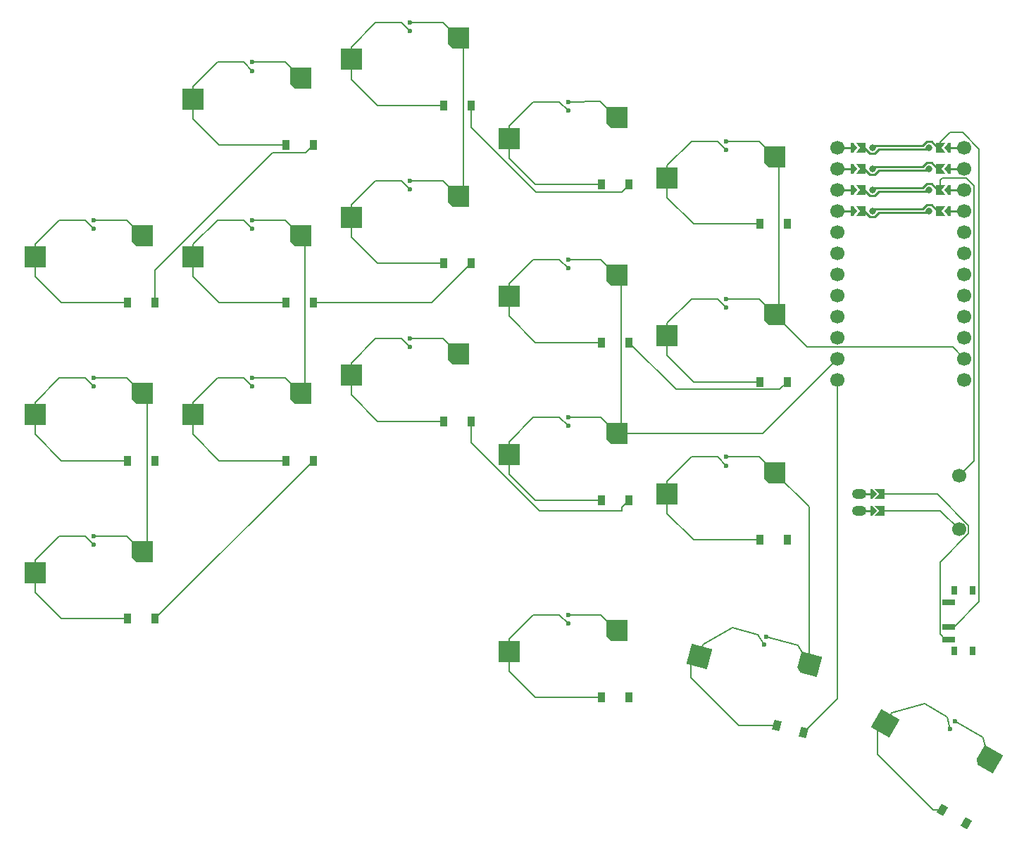
<source format=gbr>
%TF.GenerationSoftware,KiCad,Pcbnew,9.0.7*%
%TF.CreationDate,2026-01-25T01:01:47-05:00*%
%TF.ProjectId,pcb,7063622e-6b69-4636-9164-5f7063625858,rev?*%
%TF.SameCoordinates,Original*%
%TF.FileFunction,Copper,L2,Bot*%
%TF.FilePolarity,Positive*%
%FSLAX46Y46*%
G04 Gerber Fmt 4.6, Leading zero omitted, Abs format (unit mm)*
G04 Created by KiCad (PCBNEW 9.0.7) date 2026-01-25 01:01:47*
%MOMM*%
%LPD*%
G01*
G04 APERTURE LIST*
G04 Aperture macros list*
%AMRotRect*
0 Rectangle, with rotation*
0 The origin of the aperture is its center*
0 $1 length*
0 $2 width*
0 $3 Rotation angle, in degrees counterclockwise*
0 Add horizontal line*
21,1,$1,$2,0,0,$3*%
%AMOutline5P*
0 Free polygon, 5 corners , with rotation*
0 The origin of the aperture is its center*
0 number of corners: always 5*
0 $1 to $10 corner X, Y*
0 $11 Rotation angle, in degrees counterclockwise*
0 create outline with 5 corners*
4,1,5,$1,$2,$3,$4,$5,$6,$7,$8,$9,$10,$1,$2,$11*%
%AMOutline6P*
0 Free polygon, 6 corners , with rotation*
0 The origin of the aperture is its center*
0 number of corners: always 6*
0 $1 to $12 corner X, Y*
0 $13 Rotation angle, in degrees counterclockwise*
0 create outline with 6 corners*
4,1,6,$1,$2,$3,$4,$5,$6,$7,$8,$9,$10,$11,$12,$1,$2,$13*%
%AMOutline7P*
0 Free polygon, 7 corners , with rotation*
0 The origin of the aperture is its center*
0 number of corners: always 7*
0 $1 to $14 corner X, Y*
0 $15 Rotation angle, in degrees counterclockwise*
0 create outline with 7 corners*
4,1,7,$1,$2,$3,$4,$5,$6,$7,$8,$9,$10,$11,$12,$13,$14,$1,$2,$15*%
%AMOutline8P*
0 Free polygon, 8 corners , with rotation*
0 The origin of the aperture is its center*
0 number of corners: always 8*
0 $1 to $16 corner X, Y*
0 $17 Rotation angle, in degrees counterclockwise*
0 create outline with 8 corners*
4,1,8,$1,$2,$3,$4,$5,$6,$7,$8,$9,$10,$11,$12,$13,$14,$15,$16,$1,$2,$17*%
%AMFreePoly0*
4,1,6,0.250000,0.000000,-0.250000,-0.625000,-0.500000,-0.625000,-0.500000,0.625000,-0.250000,0.625000,0.250000,0.000000,0.250000,0.000000,$1*%
%AMFreePoly1*
4,1,6,0.500000,-0.625000,-0.650000,-0.625000,-0.150000,0.000000,-0.650000,0.625000,0.500000,0.625000,0.500000,-0.625000,0.500000,-0.625000,$1*%
%AMFreePoly2*
4,1,6,0.600000,-0.200000,0.600000,-0.400000,-0.600000,-0.400000,-0.600000,-0.200000,0.000000,0.400000,0.600000,-0.200000,0.600000,-0.200000,$1*%
%AMFreePoly3*
4,1,6,0.600000,-1.000000,0.000000,-0.400000,-0.600000,-1.000000,-0.600000,0.250000,0.600000,0.250000,0.600000,-1.000000,0.600000,-1.000000,$1*%
G04 Aperture macros list end*
%TA.AperFunction,SMDPad,CuDef*%
%ADD10R,2.550000X2.500000*%
%TD*%
%TA.AperFunction,SMDPad,CuDef*%
%ADD11Outline5P,-1.275000X1.250000X1.275000X1.250000X1.275000X-1.250000X-0.775000X-1.250000X-1.275000X-0.750000X0.000000*%
%TD*%
%TA.AperFunction,SMDPad,CuDef*%
%ADD12RotRect,2.550000X2.500000X345.000000*%
%TD*%
%TA.AperFunction,SMDPad,CuDef*%
%ADD13Outline5P,-1.275000X1.250000X1.275000X1.250000X1.275000X-1.250000X-0.775000X-1.250000X-1.275000X-0.750000X345.000000*%
%TD*%
%TA.AperFunction,SMDPad,CuDef*%
%ADD14RotRect,2.550000X2.500000X330.000000*%
%TD*%
%TA.AperFunction,SMDPad,CuDef*%
%ADD15Outline5P,-1.275000X1.250000X1.275000X1.250000X1.275000X-1.250000X-0.775000X-1.250000X-1.275000X-0.750000X330.000000*%
%TD*%
%TA.AperFunction,SMDPad,CuDef*%
%ADD16R,0.900000X1.200000*%
%TD*%
%TA.AperFunction,SMDPad,CuDef*%
%ADD17RotRect,0.900000X1.200000X165.000000*%
%TD*%
%TA.AperFunction,SMDPad,CuDef*%
%ADD18RotRect,0.900000X1.200000X150.000000*%
%TD*%
%TA.AperFunction,ComponentPad*%
%ADD19C,1.700000*%
%TD*%
%TA.AperFunction,ComponentPad*%
%ADD20C,0.800000*%
%TD*%
%TA.AperFunction,SMDPad,CuDef*%
%ADD21FreePoly0,0.000000*%
%TD*%
%TA.AperFunction,SMDPad,CuDef*%
%ADD22FreePoly1,0.000000*%
%TD*%
%TA.AperFunction,SMDPad,CuDef*%
%ADD23FreePoly1,180.000000*%
%TD*%
%TA.AperFunction,SMDPad,CuDef*%
%ADD24FreePoly0,180.000000*%
%TD*%
%TA.AperFunction,ComponentPad*%
%ADD25O,1.750000X1.200000*%
%TD*%
%TA.AperFunction,SMDPad,CuDef*%
%ADD26FreePoly2,270.000000*%
%TD*%
%TA.AperFunction,SMDPad,CuDef*%
%ADD27FreePoly3,270.000000*%
%TD*%
%TA.AperFunction,SMDPad,CuDef*%
%ADD28R,0.800000X1.000000*%
%TD*%
%TA.AperFunction,SMDPad,CuDef*%
%ADD29R,1.500000X0.700000*%
%TD*%
%TA.AperFunction,ViaPad*%
%ADD30C,0.600000*%
%TD*%
%TA.AperFunction,Conductor*%
%ADD31C,0.200000*%
%TD*%
%TA.AperFunction,Conductor*%
%ADD32C,0.250000*%
%TD*%
G04 APERTURE END LIST*
D10*
%TO.P,S1,1*%
%TO.N,pin_bo*%
X79915000Y-112460000D03*
D11*
%TO.P,S1,2*%
%TO.N,pin*%
X92842000Y-109920000D03*
%TD*%
D10*
%TO.P,S2,1*%
%TO.N,pin_ho*%
X79915000Y-93460000D03*
D11*
%TO.P,S2,2*%
%TO.N,pin*%
X92842000Y-90920000D03*
%TD*%
D10*
%TO.P,S3,1*%
%TO.N,pin_to*%
X79915000Y-74460000D03*
D11*
%TO.P,S3,2*%
%TO.N,pin*%
X92842000Y-71920000D03*
%TD*%
D10*
%TO.P,S4,1*%
%TO.N,ri_bo*%
X98915000Y-93460000D03*
D11*
%TO.P,S4,2*%
%TO.N,ri*%
X111842000Y-90920000D03*
%TD*%
D10*
%TO.P,S5,1*%
%TO.N,ri_ho*%
X98915000Y-74460000D03*
D11*
%TO.P,S5,2*%
%TO.N,ri*%
X111842000Y-71920000D03*
%TD*%
D10*
%TO.P,S6,1*%
%TO.N,ri_to*%
X98915000Y-55460000D03*
D11*
%TO.P,S6,2*%
%TO.N,ri*%
X111842000Y-52920000D03*
%TD*%
D10*
%TO.P,S7,1*%
%TO.N,mi_bo*%
X117915000Y-88710000D03*
D11*
%TO.P,S7,2*%
%TO.N,mi*%
X130842000Y-86170000D03*
%TD*%
D10*
%TO.P,S8,1*%
%TO.N,mi_ho*%
X117915000Y-69710000D03*
D11*
%TO.P,S8,2*%
%TO.N,mi*%
X130842000Y-67170000D03*
%TD*%
D10*
%TO.P,S9,1*%
%TO.N,mi_to*%
X117915000Y-50710000D03*
D11*
%TO.P,S9,2*%
%TO.N,mi*%
X130842000Y-48170000D03*
%TD*%
D10*
%TO.P,S10,1*%
%TO.N,ind_bo*%
X136915000Y-98210000D03*
D11*
%TO.P,S10,2*%
%TO.N,ind*%
X149842000Y-95670000D03*
%TD*%
D10*
%TO.P,S11,1*%
%TO.N,ind_ho*%
X136915000Y-79210000D03*
D11*
%TO.P,S11,2*%
%TO.N,ind*%
X149842000Y-76670000D03*
%TD*%
D10*
%TO.P,S12,1*%
%TO.N,ind_to*%
X136915000Y-60210000D03*
D11*
%TO.P,S12,2*%
%TO.N,ind*%
X149842000Y-57670000D03*
%TD*%
D10*
%TO.P,S13,1*%
%TO.N,inn_bo*%
X155915000Y-102960000D03*
D11*
%TO.P,S13,2*%
%TO.N,inn*%
X168842000Y-100420000D03*
%TD*%
D10*
%TO.P,S14,1*%
%TO.N,inn_ho*%
X155915000Y-83960000D03*
D11*
%TO.P,S14,2*%
%TO.N,inn*%
X168842000Y-81420000D03*
%TD*%
D10*
%TO.P,S15,1*%
%TO.N,inn_to*%
X155915000Y-64960000D03*
D11*
%TO.P,S15,2*%
%TO.N,inn*%
X168842000Y-62420000D03*
%TD*%
D10*
%TO.P,S16,1*%
%TO.N,ind_th*%
X136915000Y-121960000D03*
D11*
%TO.P,S16,2*%
%TO.N,ind*%
X149842000Y-119420000D03*
%TD*%
D12*
%TO.P,S17,1*%
%TO.N,inn_th*%
X159813816Y-122587815D03*
D13*
%TO.P,S17,2*%
%TO.N,inn*%
X172957739Y-123480118D03*
%TD*%
D14*
%TO.P,S18,1*%
%TO.N,far_th*%
X182134210Y-130632795D03*
D15*
%TO.P,S18,2*%
%TO.N,far*%
X194599320Y-134896591D03*
%TD*%
D16*
%TO.P,D1,1*%
%TO.N,bo*%
X94350000Y-118000000D03*
%TO.P,D1,2*%
%TO.N,pin_bo*%
X91050000Y-118000000D03*
%TD*%
%TO.P,D2,1*%
%TO.N,ho*%
X94350000Y-99000000D03*
%TO.P,D2,2*%
%TO.N,pin_ho*%
X91050000Y-99000000D03*
%TD*%
%TO.P,D3,1*%
%TO.N,to*%
X94350000Y-80000000D03*
%TO.P,D3,2*%
%TO.N,pin_to*%
X91050000Y-80000000D03*
%TD*%
%TO.P,D4,1*%
%TO.N,bo*%
X113350000Y-99000000D03*
%TO.P,D4,2*%
%TO.N,ri_bo*%
X110050000Y-99000000D03*
%TD*%
%TO.P,D5,1*%
%TO.N,ho*%
X113350000Y-80000000D03*
%TO.P,D5,2*%
%TO.N,ri_ho*%
X110050000Y-80000000D03*
%TD*%
%TO.P,D6,1*%
%TO.N,to*%
X113350000Y-61000000D03*
%TO.P,D6,2*%
%TO.N,ri_to*%
X110050000Y-61000000D03*
%TD*%
%TO.P,D7,1*%
%TO.N,bo*%
X132350000Y-94250000D03*
%TO.P,D7,2*%
%TO.N,mi_bo*%
X129050000Y-94250000D03*
%TD*%
%TO.P,D8,1*%
%TO.N,ho*%
X132350000Y-75250000D03*
%TO.P,D8,2*%
%TO.N,mi_ho*%
X129050000Y-75250000D03*
%TD*%
%TO.P,D9,1*%
%TO.N,to*%
X132350000Y-56250000D03*
%TO.P,D9,2*%
%TO.N,mi_to*%
X129050000Y-56250000D03*
%TD*%
%TO.P,D10,1*%
%TO.N,bo*%
X151350000Y-103750000D03*
%TO.P,D10,2*%
%TO.N,ind_bo*%
X148050000Y-103750000D03*
%TD*%
%TO.P,D11,1*%
%TO.N,ho*%
X151350000Y-84750000D03*
%TO.P,D11,2*%
%TO.N,ind_ho*%
X148050000Y-84750000D03*
%TD*%
%TO.P,D12,1*%
%TO.N,to*%
X151350000Y-65750000D03*
%TO.P,D12,2*%
%TO.N,ind_to*%
X148050000Y-65750000D03*
%TD*%
%TO.P,D13,1*%
%TO.N,bo*%
X170350000Y-108500000D03*
%TO.P,D13,2*%
%TO.N,inn_bo*%
X167050000Y-108500000D03*
%TD*%
%TO.P,D14,1*%
%TO.N,ho*%
X170350000Y-89500000D03*
%TO.P,D14,2*%
%TO.N,inn_ho*%
X167050000Y-89500000D03*
%TD*%
%TO.P,D15,1*%
%TO.N,to*%
X170350000Y-70500000D03*
%TO.P,D15,2*%
%TO.N,inn_to*%
X167050000Y-70500000D03*
%TD*%
%TO.P,D16,1*%
%TO.N,th*%
X151350000Y-127500000D03*
%TO.P,D16,2*%
%TO.N,ind_th*%
X148050000Y-127500000D03*
%TD*%
D17*
%TO.P,D17,1*%
%TO.N,th*%
X172323098Y-131675097D03*
%TO.P,D17,2*%
%TO.N,inn_th*%
X169135542Y-130820995D03*
%TD*%
D18*
%TO.P,D18,1*%
%TO.N,th*%
X191865287Y-142648076D03*
%TO.P,D18,2*%
%TO.N,far_th*%
X189007403Y-140998076D03*
%TD*%
D19*
%TO.P,MCU1,24*%
%TO.N,MCU1_24*%
X176380000Y-61300000D03*
%TO.P,MCU1,1*%
%TO.N,MCU1_1*%
X191620000Y-61300000D03*
D20*
%TO.P,MCU1,124*%
%TO.N,RAW*%
X180600000Y-61300000D03*
%TO.P,MCU1,101*%
%TO.N,P1*%
X187400000Y-61300000D03*
D21*
%TO.P,MCU1,24*%
%TO.N,MCU1_24*%
X178500000Y-61300000D03*
D22*
%TO.P,MCU1,101*%
%TO.N,P1*%
X179225000Y-61300000D03*
D23*
%TO.P,MCU1,124*%
%TO.N,RAW*%
X188775000Y-61300000D03*
D24*
%TO.P,MCU1,1*%
%TO.N,MCU1_1*%
X189500000Y-61300000D03*
D19*
%TO.P,MCU1,23*%
%TO.N,MCU1_23*%
X176380000Y-63840000D03*
%TO.P,MCU1,2*%
%TO.N,MCU1_2*%
X191620000Y-63840000D03*
D20*
%TO.P,MCU1,123*%
%TO.N,GND*%
X180600000Y-63840000D03*
%TO.P,MCU1,102*%
%TO.N,P0*%
X187400000Y-63840000D03*
D21*
%TO.P,MCU1,23*%
%TO.N,MCU1_23*%
X178500000Y-63840000D03*
D22*
%TO.P,MCU1,102*%
%TO.N,P0*%
X179225000Y-63840000D03*
D23*
%TO.P,MCU1,123*%
%TO.N,GND*%
X188775000Y-63840000D03*
D24*
%TO.P,MCU1,2*%
%TO.N,MCU1_2*%
X189500000Y-63840000D03*
D19*
%TO.P,MCU1,22*%
%TO.N,MCU1_22*%
X176380000Y-66380000D03*
%TO.P,MCU1,3*%
%TO.N,MCU1_3*%
X191620000Y-66380000D03*
D20*
%TO.P,MCU1,122*%
%TO.N,RST*%
X180600000Y-66380000D03*
%TO.P,MCU1,103*%
%TO.N,GND*%
X187400000Y-66380000D03*
D21*
%TO.P,MCU1,22*%
%TO.N,MCU1_22*%
X178500000Y-66380000D03*
D22*
%TO.P,MCU1,103*%
%TO.N,GND*%
X179225000Y-66380000D03*
D23*
%TO.P,MCU1,122*%
%TO.N,RST*%
X188775000Y-66380000D03*
D24*
%TO.P,MCU1,3*%
%TO.N,MCU1_3*%
X189500000Y-66380000D03*
D19*
%TO.P,MCU1,21*%
%TO.N,MCU1_21*%
X176380000Y-68920000D03*
%TO.P,MCU1,4*%
%TO.N,MCU1_4*%
X191620000Y-68920000D03*
D20*
%TO.P,MCU1,121*%
%TO.N,VCC*%
X180600000Y-68920000D03*
%TO.P,MCU1,104*%
%TO.N,GND*%
X187400000Y-68920000D03*
D21*
%TO.P,MCU1,21*%
%TO.N,MCU1_21*%
X178500000Y-68920000D03*
D22*
%TO.P,MCU1,104*%
%TO.N,GND*%
X179225000Y-68920000D03*
D23*
%TO.P,MCU1,121*%
%TO.N,VCC*%
X188775000Y-68920000D03*
D24*
%TO.P,MCU1,4*%
%TO.N,MCU1_4*%
X189500000Y-68920000D03*
D19*
%TO.P,MCU1,20*%
%TO.N,P21*%
X176380000Y-71460000D03*
%TO.P,MCU1,5*%
%TO.N,pin*%
X191620000Y-71460000D03*
%TO.P,MCU1,19*%
%TO.N,P20*%
X176380000Y-74000000D03*
%TO.P,MCU1,6*%
%TO.N,to*%
X191620000Y-74000000D03*
%TO.P,MCU1,18*%
%TO.N,P19*%
X176380000Y-76540000D03*
%TO.P,MCU1,7*%
%TO.N,ho*%
X191620000Y-76540000D03*
%TO.P,MCU1,17*%
%TO.N,ri*%
X176380000Y-79080000D03*
%TO.P,MCU1,8*%
%TO.N,bo*%
X191620000Y-79080000D03*
%TO.P,MCU1,16*%
%TO.N,mi*%
X176380000Y-81620000D03*
%TO.P,MCU1,9*%
%TO.N,DA*%
X191620000Y-81620000D03*
%TO.P,MCU1,15*%
%TO.N,CS*%
X176380000Y-84160000D03*
%TO.P,MCU1,10*%
%TO.N,CL*%
X191620000Y-84160000D03*
%TO.P,MCU1,14*%
%TO.N,ind*%
X176380000Y-86700000D03*
%TO.P,MCU1,11*%
%TO.N,inn*%
X191620000Y-86700000D03*
%TO.P,MCU1,13*%
%TO.N,th*%
X176380000Y-89240000D03*
%TO.P,MCU1,12*%
%TO.N,far*%
X191620000Y-89240000D03*
%TD*%
D25*
%TO.P,JST1,11*%
%TO.N,JST1_1*%
X179000000Y-105000000D03*
%TO.P,JST1,12*%
%TO.N,JST1_2*%
X179000000Y-103000000D03*
D26*
%TO.P,JST1,31*%
%TO.N,JST1_1*%
X180800000Y-105000000D03*
%TO.P,JST1,32*%
%TO.N,JST1_2*%
X180800000Y-103000000D03*
D27*
%TO.P,JST1,1*%
%TO.N,BAT_P*%
X181816000Y-103000000D03*
%TO.P,JST1,2*%
%TO.N,GND*%
X181816000Y-105000000D03*
%TD*%
D19*
%TO.P,RST1,2*%
%TO.N,GND*%
X191000000Y-107250000D03*
%TO.P,RST1,1*%
%TO.N,RST*%
X191000000Y-100750000D03*
%TD*%
D28*
%TO.P,PWR1,*%
%TO.N,*%
X190415000Y-114600000D03*
X192625000Y-114600000D03*
X190415000Y-121900000D03*
X192625000Y-121900000D03*
D29*
%TO.P,PWR1,1*%
%TO.N,N/C*%
X189765000Y-116000000D03*
%TO.P,PWR1,2*%
%TO.N,RAW*%
X189765000Y-119000000D03*
%TO.P,PWR1,3*%
%TO.N,BAT_P*%
X189765000Y-120500000D03*
%TD*%
D30*
%TO.N,pin*%
X87000000Y-108041000D03*
%TO.N,pin_bo*%
X87000000Y-109070000D03*
%TO.N,pin*%
X87000000Y-89041000D03*
%TO.N,pin_ho*%
X87000000Y-90070000D03*
%TO.N,pin*%
X87000000Y-70041000D03*
%TO.N,pin_to*%
X87000000Y-71070000D03*
%TO.N,ri*%
X106000000Y-89041000D03*
%TO.N,ri_bo*%
X106000000Y-90070000D03*
%TO.N,ri*%
X106000000Y-70041000D03*
%TO.N,ri_ho*%
X106000000Y-71070000D03*
%TO.N,ri*%
X106000000Y-51041000D03*
%TO.N,ri_to*%
X106000000Y-52070000D03*
%TO.N,mi*%
X125000000Y-84291000D03*
%TO.N,mi_bo*%
X125000000Y-85320000D03*
%TO.N,mi*%
X125000000Y-65291000D03*
%TO.N,mi_ho*%
X125000000Y-66320000D03*
%TO.N,mi*%
X125000000Y-46291000D03*
%TO.N,mi_to*%
X125000000Y-47320000D03*
%TO.N,ind*%
X144000000Y-93791000D03*
%TO.N,ind_bo*%
X144000000Y-94820000D03*
%TO.N,ind*%
X144000000Y-74791000D03*
%TO.N,ind_ho*%
X144000000Y-75820000D03*
%TO.N,ind*%
X144000000Y-55791000D03*
%TO.N,ind_to*%
X144000000Y-56820000D03*
%TO.N,inn*%
X163000000Y-98541000D03*
%TO.N,inn_bo*%
X163000000Y-99570000D03*
%TO.N,inn*%
X163000000Y-79541000D03*
%TO.N,inn_ho*%
X163000000Y-80570000D03*
%TO.N,inn*%
X163000000Y-60541000D03*
%TO.N,inn_to*%
X163000000Y-61570000D03*
%TO.N,ind*%
X144000000Y-117541000D03*
%TO.N,ind_th*%
X144000000Y-118570000D03*
%TO.N,inn*%
X167801122Y-120153122D03*
%TO.N,inn_th*%
X167534797Y-121147060D03*
%TO.N,far*%
X190479500Y-130348329D03*
%TO.N,far_th*%
X189965000Y-131239469D03*
%TD*%
D31*
%TO.N,RAW*%
X188775000Y-60670000D02*
X189945000Y-59500000D01*
X189945000Y-59500000D02*
X191447760Y-59500000D01*
X193424000Y-61476240D02*
X193424000Y-115983785D01*
X188775000Y-61300000D02*
X188775000Y-60670000D01*
X191447760Y-59500000D02*
X193424000Y-61476240D01*
X193424000Y-115983785D02*
X190407785Y-119000000D01*
X190407785Y-119000000D02*
X189765000Y-119000000D01*
%TO.N,BAT_P*%
X189765000Y-120500000D02*
X189365000Y-120500000D01*
X189365000Y-120500000D02*
X188714000Y-119849000D01*
X188714000Y-119849000D02*
X188714000Y-111163760D01*
X188714000Y-111163760D02*
X192151000Y-107726760D01*
X192151000Y-107726760D02*
X192151000Y-106773240D01*
X192151000Y-106773240D02*
X188377760Y-103000000D01*
X188377760Y-103000000D02*
X181816000Y-103000000D01*
%TO.N,RST*%
X191000000Y-100750000D02*
X192771000Y-98979000D01*
X192771000Y-98979000D02*
X192771000Y-65903240D01*
X192771000Y-65903240D02*
X191867760Y-65000000D01*
X191867760Y-65000000D02*
X189000000Y-65000000D01*
X189000000Y-65000000D02*
X188775000Y-65225000D01*
X188775000Y-65225000D02*
X188775000Y-66380000D01*
%TO.N,GND*%
X191000000Y-107250000D02*
X188750000Y-105000000D01*
X188750000Y-105000000D02*
X181816000Y-105000000D01*
%TO.N,inn*%
X191620000Y-86700000D02*
X190231000Y-85311000D01*
X172733000Y-85311000D02*
X168842000Y-81420000D01*
X190231000Y-85311000D02*
X172733000Y-85311000D01*
%TO.N,ind*%
X176380000Y-86700000D02*
X167410000Y-95670000D01*
X167410000Y-95670000D02*
X149842000Y-95670000D01*
%TO.N,ind_bo*%
X148050000Y-103750000D02*
X140080108Y-103750000D01*
X140080108Y-103750000D02*
X136915000Y-100584892D01*
X136915000Y-100584892D02*
X136915000Y-98210000D01*
%TO.N,ho*%
X113350000Y-80000000D02*
X127600000Y-80000000D01*
X127600000Y-80000000D02*
X132350000Y-75250000D01*
X151350000Y-84750000D02*
X157001000Y-90401000D01*
X157001000Y-90401000D02*
X169449000Y-90401000D01*
X169449000Y-90401000D02*
X170350000Y-89500000D01*
%TO.N,th*%
X172323098Y-131675097D02*
X176380000Y-127618195D01*
X176380000Y-127618195D02*
X176380000Y-89240000D01*
%TO.N,bo*%
X140578000Y-105000000D02*
X150500000Y-105000000D01*
X150500000Y-105000000D02*
X150500000Y-104600000D01*
X150500000Y-104600000D02*
X151350000Y-103750000D01*
X132350000Y-96772000D02*
X140578000Y-105000000D01*
X132350000Y-94250000D02*
X132350000Y-96772000D01*
X94350000Y-118000000D02*
X113350000Y-99000000D01*
%TO.N,to*%
X132350000Y-56250000D02*
X132350000Y-58850028D01*
X132350000Y-58850028D02*
X140150972Y-66651000D01*
X140150972Y-66651000D02*
X150449000Y-66651000D01*
X150449000Y-66651000D02*
X151350000Y-65750000D01*
X94350000Y-80000000D02*
X94350000Y-76059000D01*
X94350000Y-76059000D02*
X108508000Y-61901000D01*
X108508000Y-61901000D02*
X112449000Y-61901000D01*
X112449000Y-61901000D02*
X113350000Y-61000000D01*
%TO.N,ri_to*%
X110050000Y-61000000D02*
X102080108Y-61000000D01*
X102080108Y-61000000D02*
X98915000Y-57834892D01*
X98915000Y-57834892D02*
X98915000Y-55460000D01*
%TO.N,mi_to*%
X129050000Y-56250000D02*
X121080108Y-56250000D01*
X121080108Y-56250000D02*
X117915000Y-53084892D01*
X117915000Y-53084892D02*
X117915000Y-50710000D01*
%TO.N,ind_to*%
X148050000Y-65750000D02*
X140080108Y-65750000D01*
X140080108Y-65750000D02*
X136915000Y-62584892D01*
X136915000Y-62584892D02*
X136915000Y-60210000D01*
%TO.N,inn_to*%
X167050000Y-70500000D02*
X159080108Y-70500000D01*
X155915000Y-67334892D02*
X155915000Y-64960000D01*
X159080108Y-70500000D02*
X155915000Y-67334892D01*
%TO.N,ind_ho*%
X148050000Y-84750000D02*
X140080108Y-84750000D01*
X140080108Y-84750000D02*
X136915000Y-81584892D01*
X136915000Y-81584892D02*
X136915000Y-79210000D01*
%TO.N,mi_ho*%
X129050000Y-75250000D02*
X121080108Y-75250000D01*
X121080108Y-75250000D02*
X117915000Y-72084892D01*
X117915000Y-72084892D02*
X117915000Y-69710000D01*
%TO.N,ri_ho*%
X110050000Y-80000000D02*
X102080108Y-80000000D01*
X102080108Y-80000000D02*
X98915000Y-76834892D01*
X98915000Y-76834892D02*
X98915000Y-74460000D01*
%TO.N,pin_to*%
X91050000Y-80000000D02*
X83080108Y-80000000D01*
X83080108Y-80000000D02*
X79915000Y-76834892D01*
X79915000Y-76834892D02*
X79915000Y-74460000D01*
%TO.N,pin_ho*%
X91050000Y-99000000D02*
X83080108Y-99000000D01*
X79915000Y-95834892D02*
X79915000Y-93460000D01*
X83080108Y-99000000D02*
X79915000Y-95834892D01*
%TO.N,pin_bo*%
X91050000Y-118000000D02*
X83080108Y-118000000D01*
X83080108Y-118000000D02*
X79915000Y-114834892D01*
X79915000Y-114834892D02*
X79915000Y-112460000D01*
%TO.N,ri_bo*%
X110050000Y-99000000D02*
X102080108Y-99000000D01*
X102080108Y-99000000D02*
X98915000Y-95834892D01*
X98915000Y-95834892D02*
X98915000Y-93460000D01*
%TO.N,mi_bo*%
X129050000Y-94250000D02*
X121080108Y-94250000D01*
X121080108Y-94250000D02*
X117915000Y-91084892D01*
X117915000Y-91084892D02*
X117915000Y-88710000D01*
%TO.N,ind_th*%
X148050000Y-127500000D02*
X140080108Y-127500000D01*
X140080108Y-127500000D02*
X136915000Y-124334892D01*
X136915000Y-124334892D02*
X136915000Y-121960000D01*
%TO.N,far_th*%
X189007403Y-140998076D02*
X187923775Y-140998076D01*
X187923775Y-140998076D02*
X181219146Y-134293447D01*
X181219146Y-134293447D02*
X181219146Y-131547859D01*
X181219146Y-131547859D02*
X182134210Y-130632795D01*
%TO.N,inn_th*%
X169135542Y-130820995D02*
X164514001Y-130820995D01*
X164514001Y-130820995D02*
X158793195Y-125100189D01*
X158793195Y-123608436D02*
X159813816Y-122587815D01*
X158793195Y-125100189D02*
X158793195Y-123608436D01*
%TO.N,inn_bo*%
X167050000Y-108500000D02*
X159080108Y-108500000D01*
X159080108Y-108500000D02*
X155915000Y-105334892D01*
X155915000Y-105334892D02*
X155915000Y-102960000D01*
%TO.N,inn_ho*%
X167050000Y-89500000D02*
X159080108Y-89500000D01*
X159080108Y-89500000D02*
X155915000Y-86334892D01*
X155915000Y-86334892D02*
X155915000Y-83960000D01*
%TO.N,inn*%
X168842000Y-81420000D02*
X169381000Y-80881000D01*
X169381000Y-80881000D02*
X169381000Y-62959000D01*
X169381000Y-62959000D02*
X168842000Y-62420000D01*
%TO.N,pin*%
X92842000Y-109920000D02*
X93381000Y-109381000D01*
X93381000Y-109381000D02*
X93381000Y-91459000D01*
X93381000Y-91459000D02*
X92842000Y-90920000D01*
%TO.N,ri*%
X111842000Y-90920000D02*
X112381000Y-90381000D01*
X112381000Y-90381000D02*
X112381000Y-72459000D01*
X112381000Y-72459000D02*
X111842000Y-71920000D01*
%TO.N,mi*%
X130842000Y-67170000D02*
X131381000Y-66631000D01*
X131381000Y-66631000D02*
X131381000Y-48709000D01*
X131381000Y-48709000D02*
X130842000Y-48170000D01*
%TO.N,ind*%
X149842000Y-95670000D02*
X150381000Y-95131000D01*
X150381000Y-95131000D02*
X150381000Y-77209000D01*
X150381000Y-77209000D02*
X149842000Y-76670000D01*
%TO.N,inn*%
X172957739Y-123480118D02*
X172957739Y-104535739D01*
X172957739Y-104535739D02*
X168842000Y-100420000D01*
%TO.N,pin*%
X87000000Y-108041000D02*
X90963000Y-108040500D01*
X90963000Y-108041000D02*
X92842000Y-109920000D01*
%TO.N,pin_bo*%
X82834000Y-108041000D02*
X85971000Y-108041000D01*
X79915000Y-112460000D02*
X79915000Y-110960000D01*
X79915000Y-110960000D02*
X82834000Y-108041000D01*
X85971000Y-108041000D02*
X87000000Y-109070000D01*
%TO.N,pin*%
X87000000Y-89041000D02*
X90963000Y-89040500D01*
X90963000Y-89041000D02*
X92842000Y-90920000D01*
%TO.N,pin_ho*%
X82834000Y-89041000D02*
X85971000Y-89041000D01*
X79915000Y-93460000D02*
X79915000Y-91960000D01*
X79915000Y-91960000D02*
X82834000Y-89041000D01*
X85971000Y-89041000D02*
X87000000Y-90070000D01*
%TO.N,pin*%
X87000000Y-70041000D02*
X90963000Y-70040500D01*
X90963000Y-70041000D02*
X92842000Y-71920000D01*
%TO.N,pin_to*%
X82834000Y-70041000D02*
X85971000Y-70041000D01*
X79915000Y-74460000D02*
X79915000Y-72960000D01*
X79915000Y-72960000D02*
X82834000Y-70041000D01*
X85971000Y-70041000D02*
X87000000Y-71070000D01*
%TO.N,ri*%
X106000000Y-89041000D02*
X109963000Y-89040500D01*
X109963000Y-89041000D02*
X111842000Y-90920000D01*
%TO.N,ri_bo*%
X101834000Y-89041000D02*
X104971000Y-89041000D01*
X98915000Y-93460000D02*
X98915000Y-91960000D01*
X98915000Y-91960000D02*
X101834000Y-89041000D01*
X104971000Y-89041000D02*
X106000000Y-90070000D01*
%TO.N,ri*%
X106000000Y-70041000D02*
X109963000Y-70040500D01*
X109963000Y-70041000D02*
X111842000Y-71920000D01*
%TO.N,ri_ho*%
X101834000Y-70041000D02*
X104971000Y-70041000D01*
X98915000Y-74460000D02*
X98915000Y-72960000D01*
X98915000Y-72960000D02*
X101834000Y-70041000D01*
X104971000Y-70041000D02*
X106000000Y-71070000D01*
%TO.N,ri*%
X106000000Y-51041000D02*
X109963000Y-51040500D01*
X109963000Y-51041000D02*
X111842000Y-52920000D01*
%TO.N,ri_to*%
X101834000Y-51041000D02*
X104971000Y-51041000D01*
X98915000Y-55460000D02*
X98915000Y-53960000D01*
X98915000Y-53960000D02*
X101834000Y-51041000D01*
X104971000Y-51041000D02*
X106000000Y-52070000D01*
%TO.N,mi*%
X125000000Y-84291000D02*
X128963000Y-84290500D01*
X128963000Y-84291000D02*
X130842000Y-86170000D01*
%TO.N,mi_bo*%
X120834000Y-84291000D02*
X123971000Y-84291000D01*
X117915000Y-88710000D02*
X117915000Y-87210000D01*
X117915000Y-87210000D02*
X120834000Y-84291000D01*
X123971000Y-84291000D02*
X125000000Y-85320000D01*
%TO.N,mi*%
X125000000Y-65291000D02*
X128963000Y-65290500D01*
X128963000Y-65291000D02*
X130842000Y-67170000D01*
%TO.N,mi_ho*%
X120834000Y-65291000D02*
X123971000Y-65291000D01*
X117915000Y-69710000D02*
X117915000Y-68210000D01*
X117915000Y-68210000D02*
X120834000Y-65291000D01*
X123971000Y-65291000D02*
X125000000Y-66320000D01*
%TO.N,mi*%
X125000000Y-46291000D02*
X128963000Y-46290500D01*
X128963000Y-46291000D02*
X130842000Y-48170000D01*
%TO.N,mi_to*%
X120834000Y-46291000D02*
X123971000Y-46291000D01*
X117915000Y-50710000D02*
X117915000Y-49210000D01*
X117915000Y-49210000D02*
X120834000Y-46291000D01*
X123971000Y-46291000D02*
X125000000Y-47320000D01*
%TO.N,ind*%
X144000000Y-93791000D02*
X147963000Y-93790500D01*
X147963000Y-93791000D02*
X149842000Y-95670000D01*
%TO.N,ind_bo*%
X139834000Y-93791000D02*
X142971000Y-93791000D01*
X136915000Y-98210000D02*
X136915000Y-96710000D01*
X136915000Y-96710000D02*
X139834000Y-93791000D01*
X142971000Y-93791000D02*
X144000000Y-94820000D01*
%TO.N,ind*%
X144000000Y-74791000D02*
X147963000Y-74790500D01*
X147963000Y-74791000D02*
X149842000Y-76670000D01*
%TO.N,ind_ho*%
X139834000Y-74791000D02*
X142971000Y-74791000D01*
X136915000Y-79210000D02*
X136915000Y-77710000D01*
X136915000Y-77710000D02*
X139834000Y-74791000D01*
X142971000Y-74791000D02*
X144000000Y-75820000D01*
%TO.N,ind*%
X144000000Y-55791000D02*
X147963000Y-55790500D01*
X147963000Y-55791000D02*
X149842000Y-57670000D01*
%TO.N,ind_to*%
X139834000Y-55791000D02*
X142971000Y-55791000D01*
X136915000Y-60210000D02*
X136915000Y-58710000D01*
X136915000Y-58710000D02*
X139834000Y-55791000D01*
X142971000Y-55791000D02*
X144000000Y-56820000D01*
%TO.N,inn*%
X163000000Y-98541000D02*
X166963000Y-98540500D01*
X166963000Y-98541000D02*
X168842000Y-100420000D01*
%TO.N,inn_bo*%
X158834000Y-98541000D02*
X161971000Y-98541000D01*
X155915000Y-102960000D02*
X155915000Y-101460000D01*
X155915000Y-101460000D02*
X158834000Y-98541000D01*
X161971000Y-98541000D02*
X163000000Y-99570000D01*
%TO.N,inn*%
X163000000Y-79541000D02*
X166963000Y-79540500D01*
X166963000Y-79541000D02*
X168842000Y-81420000D01*
%TO.N,inn_ho*%
X158834000Y-79541000D02*
X161971000Y-79541000D01*
X155915000Y-83960000D02*
X155915000Y-82460000D01*
X155915000Y-82460000D02*
X158834000Y-79541000D01*
X161971000Y-79541000D02*
X163000000Y-80570000D01*
%TO.N,inn*%
X163000000Y-60541000D02*
X166963000Y-60540500D01*
X166963000Y-60541000D02*
X168842000Y-62420000D01*
%TO.N,inn_to*%
X158834000Y-60541000D02*
X161971000Y-60541000D01*
X155915000Y-64960000D02*
X155915000Y-63460000D01*
X155915000Y-63460000D02*
X158834000Y-60541000D01*
X161971000Y-60541000D02*
X163000000Y-61570000D01*
%TO.N,ind*%
X144000000Y-117541000D02*
X147963000Y-117540500D01*
X147963000Y-117541000D02*
X149842000Y-119420000D01*
%TO.N,ind_th*%
X139834000Y-117541000D02*
X142971000Y-117541000D01*
X136915000Y-121960000D02*
X136915000Y-120460000D01*
X136915000Y-120460000D02*
X139834000Y-117541000D01*
X142971000Y-117541000D02*
X144000000Y-118570000D01*
%TO.N,inn*%
X167801122Y-120153122D02*
X171629215Y-121178339D01*
X171629086Y-121178822D02*
X172957739Y-123480118D01*
%TO.N,inn_th*%
X163777075Y-119074882D02*
X166807184Y-119886797D01*
X159813816Y-122587816D02*
X160202045Y-121138927D01*
X160202045Y-121138927D02*
X163777075Y-119074882D01*
X166807184Y-119886797D02*
X167534797Y-121147060D01*
%TO.N,far*%
X190479500Y-130348329D02*
X193911809Y-132329396D01*
X193911559Y-132329829D02*
X194599320Y-134896591D01*
%TO.N,far_th*%
X186871638Y-128265329D02*
X189588360Y-129833829D01*
X182134210Y-130632796D02*
X182884210Y-129333757D01*
X182884210Y-129333757D02*
X186871638Y-128265329D01*
X189588360Y-129833829D02*
X189965000Y-131239469D01*
D32*
%TO.N,MCU1_24*%
X176380000Y-61300000D02*
X178500000Y-61300000D01*
%TO.N,MCU1_1*%
X191620000Y-61300000D02*
X189500000Y-61300000D01*
%TO.N,P1*%
X181395305Y-61530000D02*
X187170000Y-61530000D01*
X179225000Y-61300000D02*
X179574695Y-61300000D01*
X180299695Y-62025000D02*
X180900305Y-62025000D01*
X179574695Y-61300000D02*
X180299695Y-62025000D01*
X180900305Y-62025000D02*
X181395305Y-61530000D01*
%TO.N,RAW*%
X188775000Y-61300000D02*
X188425305Y-61300000D01*
X186594695Y-61080000D02*
X180820000Y-61080000D01*
X188425305Y-61300000D02*
X187700305Y-60575000D01*
X187700305Y-60575000D02*
X187099695Y-60575000D01*
X187099695Y-60575000D02*
X186594695Y-61080000D01*
%TO.N,MCU1_23*%
X176380000Y-63840000D02*
X178500000Y-63840000D01*
%TO.N,MCU1_2*%
X191620000Y-63840000D02*
X189500000Y-63840000D01*
%TO.N,P0*%
X181395305Y-64070000D02*
X187170000Y-64070000D01*
X179225000Y-63840000D02*
X179574695Y-63840000D01*
X180299695Y-64565000D02*
X180900305Y-64565000D01*
X179574695Y-63840000D02*
X180299695Y-64565000D01*
X180900305Y-64565000D02*
X181395305Y-64070000D01*
%TO.N,GND*%
X188775000Y-63840000D02*
X188425305Y-63840000D01*
X186594695Y-63620000D02*
X180820000Y-63620000D01*
X188425305Y-63840000D02*
X187700305Y-63115000D01*
X187700305Y-63115000D02*
X187099695Y-63115000D01*
X187099695Y-63115000D02*
X186594695Y-63620000D01*
%TO.N,MCU1_22*%
X176380000Y-66380000D02*
X178500000Y-66380000D01*
%TO.N,MCU1_3*%
X191620000Y-66380000D02*
X189500000Y-66380000D01*
%TO.N,GND*%
X181395305Y-66610000D02*
X187170000Y-66610000D01*
X179225000Y-66380000D02*
X179574695Y-66380000D01*
X180299695Y-67105000D02*
X180900305Y-67105000D01*
X179574695Y-66380000D02*
X180299695Y-67105000D01*
X180900305Y-67105000D02*
X181395305Y-66610000D01*
%TO.N,RST*%
X188775000Y-66380000D02*
X188425305Y-66380000D01*
X186594695Y-66160000D02*
X180820000Y-66160000D01*
X188425305Y-66380000D02*
X187700305Y-65655000D01*
X187700305Y-65655000D02*
X187099695Y-65655000D01*
X187099695Y-65655000D02*
X186594695Y-66160000D01*
%TO.N,MCU1_21*%
X176380000Y-68920000D02*
X178500000Y-68920000D01*
%TO.N,MCU1_4*%
X191620000Y-68920000D02*
X189500000Y-68920000D01*
%TO.N,GND*%
X181395305Y-69150000D02*
X187170000Y-69150000D01*
X179225000Y-68920000D02*
X179574695Y-68920000D01*
X180299695Y-69645000D02*
X180900305Y-69645000D01*
X179574695Y-68920000D02*
X180299695Y-69645000D01*
X180900305Y-69645000D02*
X181395305Y-69150000D01*
%TO.N,VCC*%
X188775000Y-68920000D02*
X188425305Y-68920000D01*
X186594695Y-68700000D02*
X180820000Y-68700000D01*
X188425305Y-68920000D02*
X187700305Y-68195000D01*
X187700305Y-68195000D02*
X187099695Y-68195000D01*
X187099695Y-68195000D02*
X186594695Y-68700000D01*
%TO.N,JST1_1*%
X180800000Y-105000000D02*
X179000000Y-105000000D01*
%TO.N,JST1_2*%
X180800000Y-103000000D02*
X179000000Y-103000000D01*
%TD*%
M02*

</source>
